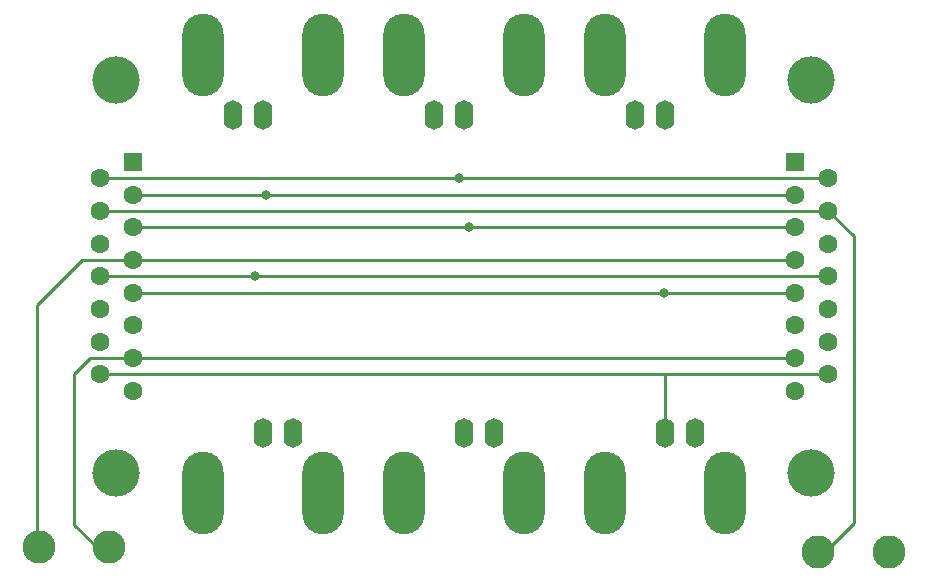
<source format=gbr>
%TF.GenerationSoftware,KiCad,Pcbnew,(5.1.10)-1*%
%TF.CreationDate,2022-04-27T21:55:14-04:00*%
%TF.ProjectId,Macintosh II Video Breakout,4d616369-6e74-46f7-9368-204949205669,rev?*%
%TF.SameCoordinates,Original*%
%TF.FileFunction,Copper,L1,Top*%
%TF.FilePolarity,Positive*%
%FSLAX46Y46*%
G04 Gerber Fmt 4.6, Leading zero omitted, Abs format (unit mm)*
G04 Created by KiCad (PCBNEW (5.1.10)-1) date 2022-04-27 21:55:14*
%MOMM*%
%LPD*%
G01*
G04 APERTURE LIST*
%TA.AperFunction,ComponentPad*%
%ADD10O,1.600000X2.500000*%
%TD*%
%TA.AperFunction,ComponentPad*%
%ADD11O,3.500000X7.000000*%
%TD*%
%TA.AperFunction,ComponentPad*%
%ADD12C,2.800000*%
%TD*%
%TA.AperFunction,ComponentPad*%
%ADD13C,4.000000*%
%TD*%
%TA.AperFunction,ComponentPad*%
%ADD14C,1.600000*%
%TD*%
%TA.AperFunction,ComponentPad*%
%ADD15R,1.600000X1.600000*%
%TD*%
%TA.AperFunction,ViaPad*%
%ADD16C,0.800000*%
%TD*%
%TA.AperFunction,Conductor*%
%ADD17C,0.250000*%
%TD*%
G04 APERTURE END LIST*
D10*
%TO.P,J1,2*%
%TO.N,GND*%
X65460000Y-60000000D03*
%TO.P,J1,1*%
%TO.N,RED.VID*%
X68000000Y-60000000D03*
D11*
%TO.P,J1,2*%
%TO.N,GND*%
X73080000Y-54920000D03*
X62920000Y-54920000D03*
%TD*%
D12*
%TO.P,TP4,1*%
%TO.N,GND*%
X121000000Y-97000000D03*
%TD*%
%TO.P,TP3,1*%
%TO.N,SENSE2*%
X115000000Y-97000000D03*
%TD*%
%TO.P,TP2,1*%
%TO.N,SENSE1*%
X55000000Y-96645001D03*
%TD*%
%TO.P,TP1,1*%
%TO.N,SENSE0*%
X49000000Y-96645001D03*
%TD*%
D13*
%TO.P,J8,0*%
%TO.N,N/C*%
X114420000Y-57045000D03*
X114420000Y-90345000D03*
D14*
%TO.P,J8,15*%
%TO.N,HSYNC*%
X115840000Y-82005000D03*
%TO.P,J8,14*%
%TO.N,GND*%
X115840000Y-79235000D03*
%TO.P,J8,13*%
X115840000Y-76465000D03*
%TO.P,J8,12*%
%TO.N,VSYNC*%
X115840000Y-73695000D03*
%TO.P,J8,11*%
%TO.N,GND*%
X115840000Y-70925000D03*
%TO.P,J8,10*%
%TO.N,SENSE2*%
X115840000Y-68155000D03*
%TO.P,J8,9*%
%TO.N,BLU.VID*%
X115840000Y-65385000D03*
%TO.P,J8,8*%
%TO.N,Net-(J8-Pad8)*%
X113000000Y-83390000D03*
%TO.P,J8,7*%
%TO.N,SENSE1*%
X113000000Y-80620000D03*
%TO.P,J8,6*%
%TO.N,GND*%
X113000000Y-77850000D03*
%TO.P,J8,5*%
%TO.N,GRN.VID*%
X113000000Y-75080000D03*
%TO.P,J8,4*%
%TO.N,SENSE0*%
X113000000Y-72310000D03*
%TO.P,J8,3*%
%TO.N,CSYNC*%
X113000000Y-69540000D03*
%TO.P,J8,2*%
%TO.N,RED.VID*%
X113000000Y-66770000D03*
D15*
%TO.P,J8,1*%
%TO.N,GND*%
X113000000Y-64000000D03*
%TD*%
D13*
%TO.P,J7,0*%
%TO.N,N/C*%
X55580000Y-90345000D03*
X55580000Y-57045000D03*
D14*
%TO.P,J7,15*%
%TO.N,HSYNC*%
X54160000Y-82005000D03*
%TO.P,J7,14*%
%TO.N,GND*%
X54160000Y-79235000D03*
%TO.P,J7,13*%
X54160000Y-76465000D03*
%TO.P,J7,12*%
%TO.N,VSYNC*%
X54160000Y-73695000D03*
%TO.P,J7,11*%
%TO.N,GND*%
X54160000Y-70925000D03*
%TO.P,J7,10*%
%TO.N,SENSE2*%
X54160000Y-68155000D03*
%TO.P,J7,9*%
%TO.N,BLU.VID*%
X54160000Y-65385000D03*
%TO.P,J7,8*%
%TO.N,Net-(J7-Pad8)*%
X57000000Y-83390000D03*
%TO.P,J7,7*%
%TO.N,SENSE1*%
X57000000Y-80620000D03*
%TO.P,J7,6*%
%TO.N,GND*%
X57000000Y-77850000D03*
%TO.P,J7,5*%
%TO.N,GRN.VID*%
X57000000Y-75080000D03*
%TO.P,J7,4*%
%TO.N,SENSE0*%
X57000000Y-72310000D03*
%TO.P,J7,3*%
%TO.N,CSYNC*%
X57000000Y-69540000D03*
%TO.P,J7,2*%
%TO.N,RED.VID*%
X57000000Y-66770000D03*
D15*
%TO.P,J7,1*%
%TO.N,GND*%
X57000000Y-64000000D03*
%TD*%
D10*
%TO.P,J6,2*%
%TO.N,GND*%
X104540000Y-87000000D03*
%TO.P,J6,1*%
%TO.N,HSYNC*%
X102000000Y-87000000D03*
D11*
%TO.P,J6,2*%
%TO.N,GND*%
X96920000Y-92080000D03*
X107080000Y-92080000D03*
%TD*%
D10*
%TO.P,J5,2*%
%TO.N,GND*%
X87540000Y-87000000D03*
%TO.P,J5,1*%
%TO.N,CSYNC*%
X85000000Y-87000000D03*
D11*
%TO.P,J5,2*%
%TO.N,GND*%
X79920000Y-92080000D03*
X90080000Y-92080000D03*
%TD*%
D10*
%TO.P,J4,2*%
%TO.N,GND*%
X70540000Y-87000000D03*
%TO.P,J4,1*%
%TO.N,VSYNC*%
X68000000Y-87000000D03*
D11*
%TO.P,J4,2*%
%TO.N,GND*%
X62920000Y-92080000D03*
X73080000Y-92080000D03*
%TD*%
D10*
%TO.P,J3,2*%
%TO.N,GND*%
X99460000Y-60000000D03*
%TO.P,J3,1*%
%TO.N,GRN.VID*%
X102000000Y-60000000D03*
D11*
%TO.P,J3,2*%
%TO.N,GND*%
X107080000Y-54920000D03*
X96920000Y-54920000D03*
%TD*%
D10*
%TO.P,J2,2*%
%TO.N,GND*%
X82460000Y-60000000D03*
%TO.P,J2,1*%
%TO.N,BLU.VID*%
X85000000Y-60000000D03*
D11*
%TO.P,J2,2*%
%TO.N,GND*%
X90080000Y-54920000D03*
X79920000Y-54920000D03*
%TD*%
D16*
%TO.N,RED.VID*%
X68230000Y-66770000D03*
%TO.N,BLU.VID*%
X84615000Y-65385000D03*
%TO.N,GRN.VID*%
X101920000Y-75080000D03*
%TO.N,VSYNC*%
X67305000Y-73695000D03*
%TO.N,CSYNC*%
X85460000Y-69540000D03*
%TD*%
D17*
%TO.N,RED.VID*%
X57000000Y-66770000D02*
X68230000Y-66770000D01*
X68230000Y-66770000D02*
X113000000Y-66770000D01*
%TO.N,BLU.VID*%
X54160000Y-65385000D02*
X84615000Y-65385000D01*
X84615000Y-65385000D02*
X115840000Y-65385000D01*
%TO.N,GRN.VID*%
X57000000Y-75080000D02*
X101920000Y-75080000D01*
X101920000Y-75080000D02*
X113000000Y-75080000D01*
%TO.N,VSYNC*%
X54160000Y-73695000D02*
X67305000Y-73695000D01*
X67305000Y-73695000D02*
X115840000Y-73695000D01*
%TO.N,CSYNC*%
X57000000Y-69540000D02*
X85460000Y-69540000D01*
X85460000Y-69540000D02*
X113000000Y-69540000D01*
%TO.N,HSYNC*%
X57280002Y-82005000D02*
X115840000Y-82005000D01*
X54160000Y-82005000D02*
X57280002Y-82005000D01*
X102000000Y-87000000D02*
X102000000Y-82000000D01*
%TO.N,SENSE2*%
X54160000Y-68155000D02*
X115840000Y-68155000D01*
X115965001Y-96645001D02*
X118000000Y-94610002D01*
X118000000Y-70315000D02*
X115840000Y-68155000D01*
X118000000Y-94610002D02*
X118000000Y-70315000D01*
%TO.N,SENSE1*%
X57000000Y-80620000D02*
X113000000Y-80620000D01*
X57000000Y-80620000D02*
X53380000Y-80620000D01*
X53380000Y-80620000D02*
X52000000Y-82000000D01*
X52000000Y-94730000D02*
X53915001Y-96645001D01*
X52000000Y-82000000D02*
X52000000Y-94730000D01*
%TO.N,SENSE0*%
X57000000Y-72310000D02*
X113000000Y-72310000D01*
X57000000Y-72310000D02*
X52690000Y-72310000D01*
X48865001Y-76134999D02*
X48865001Y-96645001D01*
X52690000Y-72310000D02*
X48865001Y-76134999D01*
%TD*%
M02*

</source>
